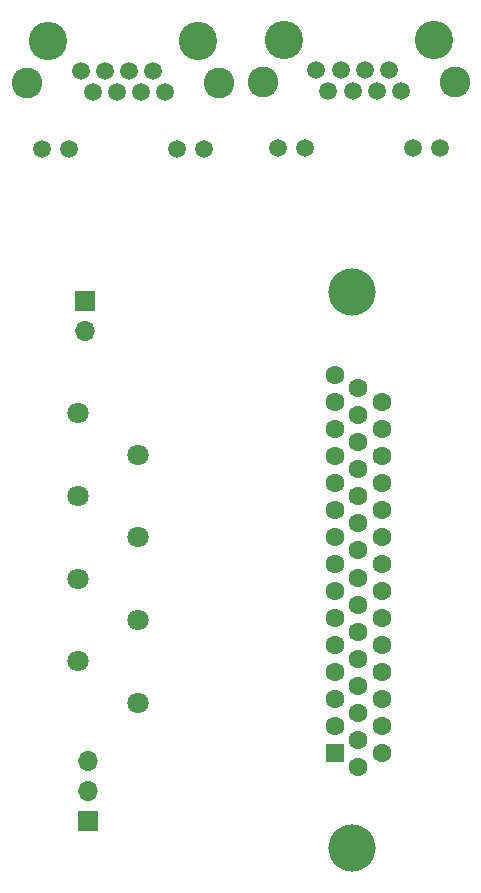
<source format=gts>
G04 #@! TF.GenerationSoftware,KiCad,Pcbnew,8.0.4*
G04 #@! TF.CreationDate,2024-08-31T14:34:45+03:00*
G04 #@! TF.ProjectId,lichuan-lc10,6c696368-7561-46e2-9d6c-6331302e6b69,rev?*
G04 #@! TF.SameCoordinates,Original*
G04 #@! TF.FileFunction,Soldermask,Top*
G04 #@! TF.FilePolarity,Negative*
%FSLAX46Y46*%
G04 Gerber Fmt 4.6, Leading zero omitted, Abs format (unit mm)*
G04 Created by KiCad (PCBNEW 8.0.4) date 2024-08-31 14:34:45*
%MOMM*%
%LPD*%
G01*
G04 APERTURE LIST*
%ADD10R,1.700000X1.700000*%
%ADD11O,1.700000X1.700000*%
%ADD12C,3.250000*%
%ADD13C,1.500000*%
%ADD14C,2.600000*%
%ADD15C,1.800000*%
%ADD16C,4.000000*%
%ADD17R,1.600000X1.600000*%
%ADD18C,1.600000*%
G04 APERTURE END LIST*
D10*
G04 #@! TO.C,J4*
X105500000Y-63000000D03*
D11*
X105500000Y-60460000D03*
X105500000Y-57920000D03*
G04 #@! TD*
D10*
G04 #@! TO.C,J5*
X105250000Y-18975000D03*
D11*
X105250000Y-21515000D03*
G04 #@! TD*
D12*
G04 #@! TO.C,J1*
X134780000Y3130000D03*
X122080000Y3130000D03*
D13*
X124860000Y590000D03*
X125880000Y-1190000D03*
X126900000Y590000D03*
X127920000Y-1190000D03*
X128940000Y590000D03*
X129960000Y-1190000D03*
X130980000Y590000D03*
X132000000Y-1190000D03*
X121570000Y-6000000D03*
X123860000Y-6000000D03*
X133000000Y-6000000D03*
X135290000Y-6000000D03*
D14*
X136560000Y-430000D03*
X120300000Y-430000D03*
G04 #@! TD*
D15*
G04 #@! TO.C,J3*
X104650000Y-28500000D03*
X109750000Y-32000000D03*
X104650000Y-35500000D03*
X109750000Y-39000000D03*
X104650000Y-42500000D03*
X109750000Y-46000000D03*
X104650000Y-49500000D03*
X109750000Y-53000000D03*
G04 #@! TD*
D16*
G04 #@! TO.C,U1*
X127829669Y-65300000D03*
X127829669Y-18200000D03*
D17*
X126409669Y-57275000D03*
D18*
X126409669Y-54985000D03*
X126409669Y-52695000D03*
X126409669Y-50405000D03*
X126409669Y-48115000D03*
X126409669Y-45825000D03*
X126409669Y-43535000D03*
X126409669Y-41245000D03*
X126409669Y-38955000D03*
X126409669Y-36665000D03*
X126409669Y-34375000D03*
X126409669Y-32085000D03*
X126409669Y-29795000D03*
X126409669Y-27505000D03*
X126409669Y-25215000D03*
X128389669Y-58420000D03*
X128389669Y-56130000D03*
X128389669Y-53840000D03*
X128389669Y-51550000D03*
X128389669Y-49260000D03*
X128389669Y-46970000D03*
X128389669Y-44680000D03*
X128389669Y-42390000D03*
X128389669Y-40100000D03*
X128389669Y-37810000D03*
X128389669Y-35520000D03*
X128389669Y-33230000D03*
X128389669Y-30940000D03*
X128389669Y-28650000D03*
X128389669Y-26360000D03*
X130369669Y-57275000D03*
X130369669Y-54985000D03*
X130369669Y-52695000D03*
X130369669Y-50405000D03*
X130369669Y-48115000D03*
X130369669Y-45825000D03*
X130369669Y-43535000D03*
X130369669Y-41245000D03*
X130369669Y-38955000D03*
X130369669Y-36665000D03*
X130369669Y-34375000D03*
X130369669Y-32085000D03*
X130369669Y-29795000D03*
X130369669Y-27505000D03*
G04 #@! TD*
D12*
G04 #@! TO.C,J2*
X114820000Y3040000D03*
X102120000Y3040000D03*
D13*
X104900000Y500000D03*
X105920000Y-1280000D03*
X106940000Y500000D03*
X107960000Y-1280000D03*
X108980000Y500000D03*
X110000000Y-1280000D03*
X111020000Y500000D03*
X112040000Y-1280000D03*
X101610000Y-6090000D03*
X103900000Y-6090000D03*
X113040000Y-6090000D03*
X115330000Y-6090000D03*
D14*
X116600000Y-520000D03*
X100340000Y-520000D03*
G04 #@! TD*
M02*

</source>
